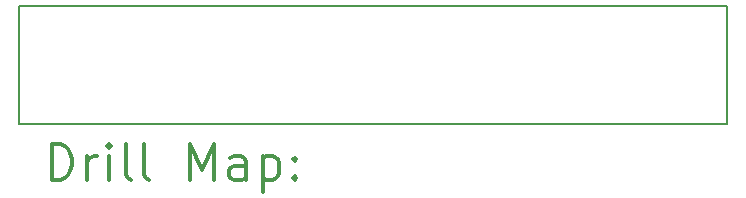
<source format=gbr>
%FSLAX45Y45*%
G04 Gerber Fmt 4.5, Leading zero omitted, Abs format (unit mm)*
G04 Created by KiCad (PCBNEW 5.0.1) date Sun 09 Dec 2018 03:50:43 PM EST*
%MOMM*%
%LPD*%
G01*
G04 APERTURE LIST*
%ADD10C,0.152400*%
%ADD11C,0.200000*%
%ADD12C,0.300000*%
G04 APERTURE END LIST*
D10*
X2500000Y-6000000D02*
X2500000Y-5000000D01*
X8500000Y-6000000D02*
X2500000Y-6000000D01*
X8500000Y-5000000D02*
X8500000Y-6000000D01*
X2500000Y-5000000D02*
X8500000Y-5000000D01*
D11*
D12*
X2778808Y-6473334D02*
X2778808Y-6173334D01*
X2850237Y-6173334D01*
X2893094Y-6187620D01*
X2921666Y-6216191D01*
X2935951Y-6244763D01*
X2950237Y-6301906D01*
X2950237Y-6344763D01*
X2935951Y-6401906D01*
X2921666Y-6430477D01*
X2893094Y-6459049D01*
X2850237Y-6473334D01*
X2778808Y-6473334D01*
X3078808Y-6473334D02*
X3078808Y-6273334D01*
X3078808Y-6330477D02*
X3093094Y-6301906D01*
X3107380Y-6287620D01*
X3135951Y-6273334D01*
X3164523Y-6273334D01*
X3264523Y-6473334D02*
X3264523Y-6273334D01*
X3264523Y-6173334D02*
X3250237Y-6187620D01*
X3264523Y-6201906D01*
X3278808Y-6187620D01*
X3264523Y-6173334D01*
X3264523Y-6201906D01*
X3450237Y-6473334D02*
X3421666Y-6459049D01*
X3407380Y-6430477D01*
X3407380Y-6173334D01*
X3607380Y-6473334D02*
X3578808Y-6459049D01*
X3564523Y-6430477D01*
X3564523Y-6173334D01*
X3950237Y-6473334D02*
X3950237Y-6173334D01*
X4050237Y-6387620D01*
X4150237Y-6173334D01*
X4150237Y-6473334D01*
X4421666Y-6473334D02*
X4421666Y-6316191D01*
X4407380Y-6287620D01*
X4378808Y-6273334D01*
X4321666Y-6273334D01*
X4293094Y-6287620D01*
X4421666Y-6459049D02*
X4393094Y-6473334D01*
X4321666Y-6473334D01*
X4293094Y-6459049D01*
X4278808Y-6430477D01*
X4278808Y-6401906D01*
X4293094Y-6373334D01*
X4321666Y-6359049D01*
X4393094Y-6359049D01*
X4421666Y-6344763D01*
X4564523Y-6273334D02*
X4564523Y-6573334D01*
X4564523Y-6287620D02*
X4593094Y-6273334D01*
X4650237Y-6273334D01*
X4678808Y-6287620D01*
X4693094Y-6301906D01*
X4707380Y-6330477D01*
X4707380Y-6416191D01*
X4693094Y-6444763D01*
X4678808Y-6459049D01*
X4650237Y-6473334D01*
X4593094Y-6473334D01*
X4564523Y-6459049D01*
X4835951Y-6444763D02*
X4850237Y-6459049D01*
X4835951Y-6473334D01*
X4821666Y-6459049D01*
X4835951Y-6444763D01*
X4835951Y-6473334D01*
X4835951Y-6287620D02*
X4850237Y-6301906D01*
X4835951Y-6316191D01*
X4821666Y-6301906D01*
X4835951Y-6287620D01*
X4835951Y-6316191D01*
M02*

</source>
